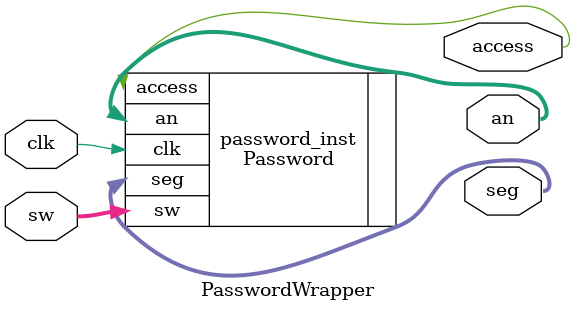
<source format=v>
module PasswordWrapper(
    input clk,
    input [3:0] sw,  // Entradas de switches físicos
    output access,
    output [6:0] seg,  // Salida del display de 7 segmentos
    output [3:0] an  // Anodo del display
);

    // Instancia del módulo Password
    Password password_inst (
        .clk(clk),
        .sw(sw),
        .access(access),
        .seg(seg),
        .an(an)
    );

endmodule

</source>
